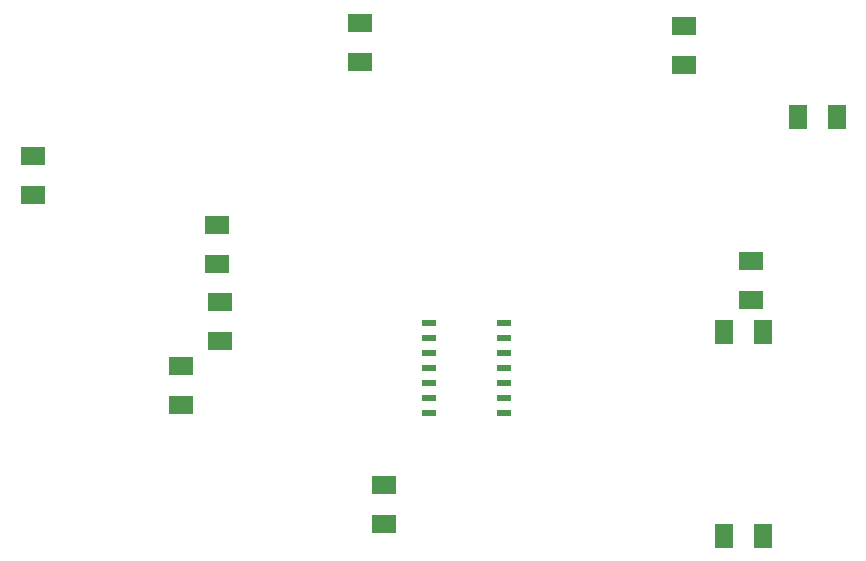
<source format=gbp>
G04 (created by PCBNEW-RS274X (2011-12-21 BZR 3253)-stable) date Saturday, February 11, 2012 02:53:21 PM*
G01*
G70*
G90*
%MOIN*%
G04 Gerber Fmt 3.4, Leading zero omitted, Abs format*
%FSLAX34Y34*%
G04 APERTURE LIST*
%ADD10C,0.006000*%
%ADD11R,0.080000X0.060000*%
%ADD12R,0.060000X0.080000*%
%ADD13R,0.045000X0.020000*%
G04 APERTURE END LIST*
G54D10*
G54D11*
X69300Y-36700D03*
X69300Y-38000D03*
G54D12*
X69700Y-45850D03*
X68400Y-45850D03*
G54D11*
X67050Y-30150D03*
X67050Y-28850D03*
X50300Y-41500D03*
X50300Y-40200D03*
X51600Y-39350D03*
X51600Y-38050D03*
X45350Y-33200D03*
X45350Y-34500D03*
X51500Y-36800D03*
X51500Y-35500D03*
G54D12*
X68400Y-39050D03*
X69700Y-39050D03*
G54D11*
X56250Y-30050D03*
X56250Y-28750D03*
X57050Y-45450D03*
X57050Y-44150D03*
G54D12*
X70850Y-31900D03*
X72150Y-31900D03*
G54D13*
X58550Y-41750D03*
X58550Y-41250D03*
X58550Y-40750D03*
X58550Y-40250D03*
X58550Y-39750D03*
X58550Y-39250D03*
X58550Y-38750D03*
X61050Y-38750D03*
X61050Y-39250D03*
X61050Y-40250D03*
X61050Y-40750D03*
X61050Y-41250D03*
X61050Y-41750D03*
X61050Y-39750D03*
M02*

</source>
